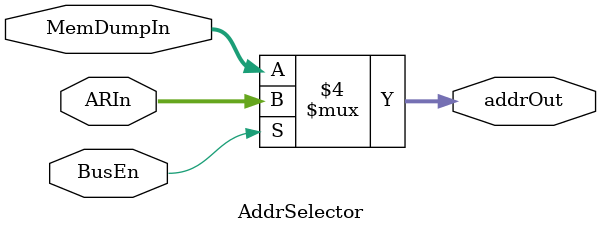
<source format=v>
module AddrSelector (
	input [4:0] ARIn, MemDumpIn,
	input BusEn,
	output reg [4:0] addrOut);
	
	//connect address bus to AR when bus is enabled
	always @ (*) begin
		if (BusEn == 1)
			addrOut = ARIn;
		else
			addrOut = MemDumpIn;
	end
endmodule

</source>
